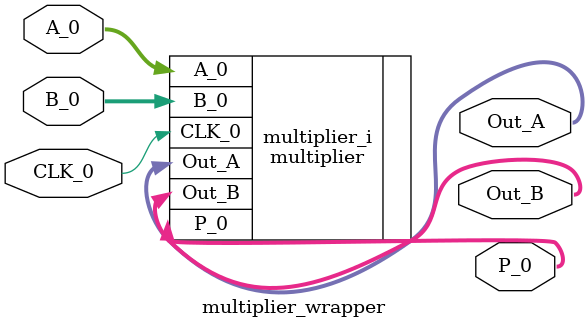
<source format=v>
`timescale 1 ps / 1 ps

module multiplier_wrapper
   (A_0,
    B_0,
    CLK_0,
    Out_A,
    Out_B,
    P_0);
  input [1:0]A_0;
  input [1:0]B_0;
  input CLK_0;
  output [1:0]Out_A;
  output [1:0]Out_B;
  output [3:0]P_0;

  wire [1:0]A_0;
  wire [1:0]B_0;
  wire CLK_0;
  wire [1:0]Out_A;
  wire [1:0]Out_B;
  wire [3:0]P_0;

  multiplier multiplier_i
       (.A_0(A_0),
        .B_0(B_0),
        .CLK_0(CLK_0),
        .Out_A(Out_A),
        .Out_B(Out_B),
        .P_0(P_0));
endmodule

</source>
